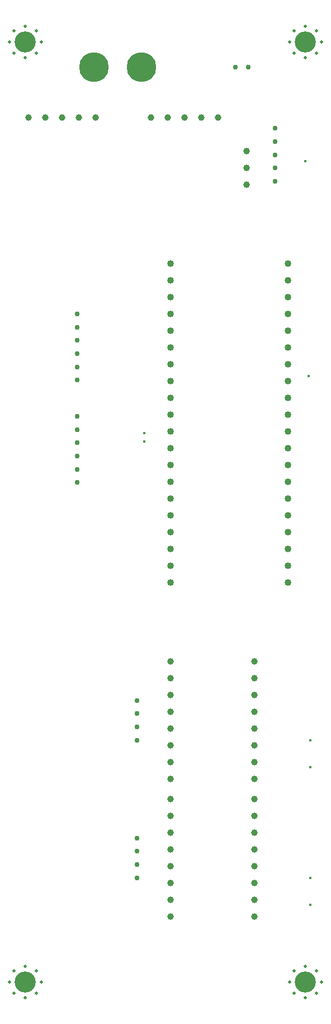
<source format=gbr>
%TF.GenerationSoftware,KiCad,Pcbnew,7.0.2*%
%TF.CreationDate,2023-06-22T18:12:35-04:00*%
%TF.ProjectId,ProtogenBackpackPCB,50726f74-6f67-4656-9e42-61636b706163,rev?*%
%TF.SameCoordinates,Original*%
%TF.FileFunction,Plated,1,2,PTH,Drill*%
%TF.FilePolarity,Positive*%
%FSLAX46Y46*%
G04 Gerber Fmt 4.6, Leading zero omitted, Abs format (unit mm)*
G04 Created by KiCad (PCBNEW 7.0.2) date 2023-06-22 18:12:35*
%MOMM*%
%LPD*%
G01*
G04 APERTURE LIST*
%TA.AperFunction,ViaDrill*%
%ADD10C,0.400000*%
%TD*%
%TA.AperFunction,ViaDrill*%
%ADD11C,0.406400*%
%TD*%
%TA.AperFunction,ComponentDrill*%
%ADD12C,0.500000*%
%TD*%
%TA.AperFunction,ComponentDrill*%
%ADD13C,0.750000*%
%TD*%
%TA.AperFunction,ComponentDrill*%
%ADD14C,1.000000*%
%TD*%
%TA.AperFunction,ComponentDrill*%
%ADD15C,1.020000*%
%TD*%
%TA.AperFunction,ComponentDrill*%
%ADD16C,3.200000*%
%TD*%
%TA.AperFunction,ComponentDrill*%
%ADD17C,4.500000*%
%TD*%
G04 APERTURE END LIST*
D10*
X161290000Y-134874000D03*
X161290000Y-138938000D03*
X161290000Y-155702000D03*
X161290000Y-159796000D03*
D11*
X136144000Y-88392000D03*
X136144000Y-89662000D03*
X160528000Y-47244000D03*
X161036000Y-79756000D03*
D12*
%TO.C,H1*%
X115710000Y-29210000D03*
%TO.C,H3*%
X115710000Y-171450000D03*
%TO.C,H1*%
X116412944Y-27512944D03*
X116412944Y-30907056D03*
%TO.C,H3*%
X116412944Y-169752944D03*
X116412944Y-173147056D03*
%TO.C,H1*%
X118110000Y-26810000D03*
X118110000Y-31610000D03*
%TO.C,H3*%
X118110000Y-169050000D03*
X118110000Y-173850000D03*
%TO.C,H1*%
X119807056Y-27512944D03*
X119807056Y-30907056D03*
%TO.C,H3*%
X119807056Y-169752944D03*
X119807056Y-173147056D03*
%TO.C,H1*%
X120510000Y-29210000D03*
%TO.C,H3*%
X120510000Y-171450000D03*
%TO.C,H2*%
X158128000Y-29210000D03*
%TO.C,H4*%
X158128000Y-171450000D03*
%TO.C,H2*%
X158830944Y-27512944D03*
X158830944Y-30907056D03*
%TO.C,H4*%
X158830944Y-169752944D03*
X158830944Y-173147056D03*
%TO.C,H2*%
X160528000Y-26810000D03*
X160528000Y-31610000D03*
%TO.C,H4*%
X160528000Y-169050000D03*
X160528000Y-173850000D03*
%TO.C,H2*%
X162225056Y-27512944D03*
X162225056Y-30907056D03*
%TO.C,H4*%
X162225056Y-169752944D03*
X162225056Y-173147056D03*
%TO.C,H2*%
X162928000Y-29210000D03*
%TO.C,H4*%
X162928000Y-171450000D03*
D13*
%TO.C,J5*%
X125984000Y-70358000D03*
X125984000Y-72358000D03*
X125984000Y-74358000D03*
X125984000Y-76358000D03*
X125984000Y-78358000D03*
X125984000Y-80358000D03*
%TO.C,J4*%
X125984000Y-85852000D03*
X125984000Y-87852000D03*
X125984000Y-89852000D03*
X125984000Y-91852000D03*
X125984000Y-93852000D03*
X125984000Y-95852000D03*
%TO.C,M2*%
X135043000Y-128826000D03*
X135043000Y-130826000D03*
X135043000Y-132826000D03*
X135043000Y-134826000D03*
%TO.C,M1*%
X135043000Y-149654000D03*
X135043000Y-151654000D03*
X135043000Y-153654000D03*
X135043000Y-155654000D03*
%TO.C,SW1*%
X149892000Y-33020000D03*
X151892000Y-33020000D03*
%TO.C,J6*%
X155956000Y-42260000D03*
X155956000Y-44260000D03*
X155956000Y-46260000D03*
X155956000Y-48260000D03*
X155956000Y-50260000D03*
D14*
%TO.C,J2*%
X118618000Y-40640000D03*
X121158000Y-40640000D03*
X123698000Y-40640000D03*
X126238000Y-40640000D03*
X128778000Y-40640000D03*
%TO.C,J1*%
X137160000Y-40640000D03*
X139700000Y-40640000D03*
%TO.C,U3*%
X140079500Y-122936000D03*
X140079500Y-125476000D03*
X140079500Y-128016000D03*
X140079500Y-130556000D03*
X140079500Y-133096000D03*
X140079500Y-135636000D03*
X140079500Y-138176000D03*
X140079500Y-140716000D03*
%TO.C,U2*%
X140081000Y-143764000D03*
X140081000Y-146304000D03*
X140081000Y-148844000D03*
X140081000Y-151384000D03*
X140081000Y-153924000D03*
X140081000Y-156464000D03*
X140081000Y-159004000D03*
X140081000Y-161544000D03*
%TO.C,J1*%
X142240000Y-40640000D03*
X144780000Y-40640000D03*
X147320000Y-40640000D03*
%TO.C,J3*%
X151613000Y-45705000D03*
X151613000Y-48245000D03*
X151613000Y-50785000D03*
%TO.C,U3*%
X152779500Y-122936000D03*
X152779500Y-125476000D03*
X152779500Y-128016000D03*
X152779500Y-130556000D03*
X152779500Y-133096000D03*
X152779500Y-135636000D03*
X152779500Y-138176000D03*
X152779500Y-140716000D03*
%TO.C,U2*%
X152781000Y-143764000D03*
X152781000Y-146304000D03*
X152781000Y-148844000D03*
X152781000Y-151384000D03*
X152781000Y-153924000D03*
X152781000Y-156464000D03*
X152781000Y-159004000D03*
X152781000Y-161544000D03*
D15*
%TO.C,U1*%
X140081000Y-62738000D03*
X140081000Y-65278000D03*
X140081000Y-67818000D03*
X140081000Y-70358000D03*
X140081000Y-72898000D03*
X140081000Y-75438000D03*
X140081000Y-77978000D03*
X140081000Y-80518000D03*
X140081000Y-83058000D03*
X140081000Y-85598000D03*
X140081000Y-88138000D03*
X140081000Y-90678000D03*
X140081000Y-93218000D03*
X140081000Y-95758000D03*
X140081000Y-98298000D03*
X140081000Y-100838000D03*
X140081000Y-103378000D03*
X140081000Y-105918000D03*
X140081000Y-108458000D03*
X140081000Y-110998000D03*
X157861000Y-62738000D03*
X157861000Y-65278000D03*
X157861000Y-67818000D03*
X157861000Y-70358000D03*
X157861000Y-72898000D03*
X157861000Y-75438000D03*
X157861000Y-77978000D03*
X157861000Y-80518000D03*
X157861000Y-83058000D03*
X157861000Y-85598000D03*
X157861000Y-88138000D03*
X157861000Y-90678000D03*
X157861000Y-93218000D03*
X157861000Y-95758000D03*
X157861000Y-98298000D03*
X157861000Y-100838000D03*
X157861000Y-103378000D03*
X157861000Y-105918000D03*
X157861000Y-108458000D03*
X157861000Y-110998000D03*
D16*
%TO.C,H1*%
X118110000Y-29210000D03*
%TO.C,H3*%
X118110000Y-171450000D03*
%TO.C,H2*%
X160528000Y-29210000D03*
%TO.C,H4*%
X160528000Y-171450000D03*
D17*
%TO.C,BT1*%
X128480000Y-33020000D03*
X135680000Y-33020000D03*
M02*

</source>
